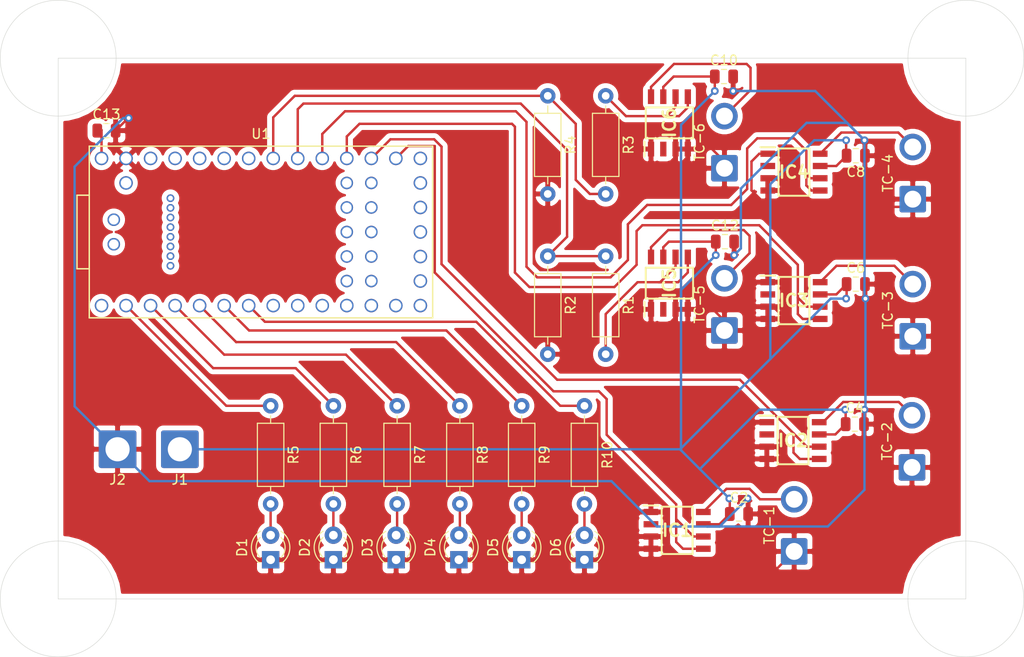
<source format=kicad_pcb>
(kicad_pcb (version 20171130) (host pcbnew 5.1.12-84ad8e8a86~92~ubuntu20.04.1)
  (layers (0 F.Cu signal) (31 B.Cu signal) (34 B.Paste user) (35 F.Paste user) (36 B.SilkS user) (37 F.SilkS user) (38 B.Mask user) (39 F.Mask user) (44 Edge.Cuts user))
  (net 0 "")
  (net 1 Earth)
  (net 2 +9V)
  (net 3 +5V)
  (net 4 "Net-(D1-Pad2)")
  (net 5 "Net-(D2-Pad2)")
  (net 6 "Net-(D3-Pad2)")
  (net 7 "Net-(D4-Pad2)")
  (net 8 "Net-(D5-Pad2)")
  (net 9 "Net-(D6-Pad2)")
  (net 10 "Net-(IC1-Pad8)")
  (net 11 "Net-(IC1-Pad5)")
  (net 12 "Net-(IC2-Pad8)")
  (net 13 "Net-(IC2-Pad5)")
  (net 14 "Net-(IC3-Pad8)")
  (net 15 "Net-(IC3-Pad5)")
  (net 16 "Net-(IC4-Pad8)")
  (net 17 "Net-(IC4-Pad5)")
  (net 18 "Net-(IC5-Pad8)")
  (net 19 "Net-(IC5-Pad5)")
  (net 20 "Net-(IC6-Pad8)")
  (net 21 "Net-(IC6-Pad5)")
  (net 22 "Net-(R1-Pad1)")
  (net 23 "Net-(R3-Pad2)")
  (net 24 "Net-(R5-Pad1)")
  (net 25 "Net-(R6-Pad1)")
  (net 26 "Net-(R7-Pad1)")
  (net 27 "Net-(R8-Pad1)")
  (net 28 "Net-(R9-Pad1)")
  (net 29 "Net-(R10-Pad1)")
  (module Connector_Wire:SolderWire-2sqmm_1x01_D2mm_OD3.9mm (layer F.Cu) (at 106.15 140.5 180)
    (fp_text reference J2 (at 0 -3.15) (layer F.SilkS))
    (fp_text value Conn_01x01_Female)
    (pad 1 thru_hole roundrect (at 0 0 180) (size 3.9 3.9) (drill 2.5) (layers *.Cu *.Mask) (roundrect_rratio 0.06410299999999999) (net 1 Earth))
  )
  (module Connector_Wire:SolderWire-2sqmm_1x01_D2mm_OD3.9mm (layer F.Cu) (at 112.6 140.5 180)
    (fp_text reference J1 (at 0 -3.15) (layer F.SilkS))
    (fp_text value Conn_01x01_Female)
    (pad 1 thru_hole roundrect (at 0 0 180) (size 3.9 3.9) (drill 2.5) (layers *.Cu *.Mask) (roundrect_rratio 0.06410299999999999) (net 2 +9V))
  )
  (module Connector_Wire:SolderWire-1sqmm_1x02_P5.4mm_D1.4mm_OD2.7mm (layer F.Cu) (at 169 111.4 90)
    (fp_text reference TC-6 (at 2.7 -2.58 90) (layer F.SilkS))
    (fp_text value Thermocouple)
    (pad 2 thru_hole circle (at 5.4 0 90) (size 2.75 2.75) (drill 1.75) (layers *.Cu *.Mask) (net 20 "Net-(IC6-Pad8)"))
    (pad 1 thru_hole roundrect (at 0 0 90) (size 2.75 2.75) (drill 1.75) (layers *.Cu *.Mask) (roundrect_rratio 0.090909) (net 1 Earth))
  )
  (module Connector_Wire:SolderWire-1sqmm_1x02_P5.4mm_D1.4mm_OD2.7mm (layer F.Cu) (at 169 128.2 90)
    (fp_text reference TC-5 (at 2.7 -2.58 90) (layer F.SilkS))
    (fp_text value Thermocouple)
    (pad 2 thru_hole circle (at 5.4 0 90) (size 2.75 2.75) (drill 1.75) (layers *.Cu *.Mask) (net 18 "Net-(IC5-Pad8)"))
    (pad 1 thru_hole roundrect (at 0 0 90) (size 2.75 2.75) (drill 1.75) (layers *.Cu *.Mask) (roundrect_rratio 0.090909) (net 1 Earth))
  )
  (module Connector_Wire:SolderWire-1sqmm_1x02_P5.4mm_D1.4mm_OD2.7mm (layer F.Cu) (at 188.5 114.6 90)
    (fp_text reference TC-4 (at 2.7 -2.58 90) (layer F.SilkS))
    (fp_text value Thermocouple)
    (pad 2 thru_hole circle (at 5.4 0 90) (size 2.75 2.75) (drill 1.75) (layers *.Cu *.Mask) (net 16 "Net-(IC4-Pad8)"))
    (pad 1 thru_hole roundrect (at 0 0 90) (size 2.75 2.75) (drill 1.75) (layers *.Cu *.Mask) (roundrect_rratio 0.090909) (net 1 Earth))
  )
  (module Connector_Wire:SolderWire-1sqmm_1x02_P5.4mm_D1.4mm_OD2.7mm (layer F.Cu) (at 188.5 128.8 90)
    (fp_text reference TC-3 (at 2.7 -2.58 90) (layer F.SilkS))
    (fp_text value Thermocouple)
    (pad 2 thru_hole circle (at 5.4 0 90) (size 2.75 2.75) (drill 1.75) (layers *.Cu *.Mask) (net 14 "Net-(IC3-Pad8)"))
    (pad 1 thru_hole roundrect (at 0 0 90) (size 2.75 2.75) (drill 1.75) (layers *.Cu *.Mask) (roundrect_rratio 0.090909) (net 1 Earth))
  )
  (module Connector_Wire:SolderWire-1sqmm_1x02_P5.4mm_D1.4mm_OD2.7mm (layer F.Cu) (at 188.42 142.38 90)
    (fp_text reference TC-2 (at 2.7 -2.58 90) (layer F.SilkS))
    (fp_text value Thermocouple)
    (pad 2 thru_hole circle (at 5.4 0 90) (size 2.75 2.75) (drill 1.75) (layers *.Cu *.Mask) (net 12 "Net-(IC2-Pad8)"))
    (pad 1 thru_hole roundrect (at 0 0 90) (size 2.75 2.75) (drill 1.75) (layers *.Cu *.Mask) (roundrect_rratio 0.090909) (net 1 Earth))
  )
  (module Connector_Wire:SolderWire-1sqmm_1x02_P5.4mm_D1.4mm_OD2.7mm (layer F.Cu) (at 176.22 151.08 90)
    (fp_text reference TC-1 (at 2.7 -2.58 90) (layer F.SilkS))
    (fp_text value Thermocouple)
    (pad 2 thru_hole circle (at 5.4 0 90) (size 2.75 2.75) (drill 1.75) (layers *.Cu *.Mask) (net 10 "Net-(IC1-Pad8)"))
    (pad 1 thru_hole roundrect (at 0 0 90) (size 2.75 2.75) (drill 1.75) (layers *.Cu *.Mask) (roundrect_rratio 0.090909) (net 1 Earth))
  )
  (module Capacitor_SMD:C_0805_2012Metric (layer F.Cu) (at 105 107.5)
    (fp_text reference C13 (at 0 -1.68) (layer F.SilkS))
    (fp_text value 0.01µF)
    (pad 2 smd roundrect (at 0.95 0) (size 1 1.45) (layers F.Cu F.Paste F.Mask) (net 1 Earth))
    (pad 1 smd roundrect (at -0.95 0) (size 1 1.45) (layers F.Cu F.Paste F.Mask) (net 3 +5V))
  )
  (module Capacitor_SMD:C_0805_2012Metric (layer F.Cu) (at 169.05 119)
    (fp_text reference C12 (at 0 -1.68) (layer F.SilkS))
    (fp_text value 0.01µF)
    (pad 2 smd roundrect (at 0.95 0) (size 1 1.45) (layers F.Cu F.Paste F.Mask) (net 1 Earth))
    (pad 1 smd roundrect (at -0.95 0) (size 1 1.45) (layers F.Cu F.Paste F.Mask) (net 2 +9V))
  )
  (module Capacitor_SMD:C_0805_2012Metric (layer F.Cu) (at 168.95 101.9)
    (fp_text reference C10 (at 0 -1.68) (layer F.SilkS))
    (fp_text value 0.01µF)
    (pad 2 smd roundrect (at 0.95 0) (size 1 1.45) (layers F.Cu F.Paste F.Mask) (net 1 Earth))
    (pad 1 smd roundrect (at -0.95 0) (size 1 1.45) (layers F.Cu F.Paste F.Mask) (net 2 +9V))
  )
  (module Capacitor_SMD:C_0805_2012Metric (layer F.Cu) (at 182.6 110.1 180)
    (fp_text reference C8 (at 0 -1.68) (layer F.SilkS))
    (fp_text value 0.01µF)
    (pad 2 smd roundrect (at 0.95 0 180) (size 1 1.45) (layers F.Cu F.Paste F.Mask) (net 2 +9V))
    (pad 1 smd roundrect (at -0.95 0 180) (size 1 1.45) (layers F.Cu F.Paste F.Mask) (net 1 Earth))
  )
  (module Capacitor_SMD:C_0805_2012Metric (layer F.Cu) (at 182.6 123.4)
    (fp_text reference C6 (at 0 -1.68) (layer F.SilkS))
    (fp_text value 0.01µF)
    (pad 2 smd roundrect (at 0.95 0) (size 1 1.45) (layers F.Cu F.Paste F.Mask) (net 1 Earth))
    (pad 1 smd roundrect (at -0.95 0) (size 1 1.45) (layers F.Cu F.Paste F.Mask) (net 2 +9V))
  )
  (module Capacitor_SMD:C_0805_2012Metric (layer F.Cu) (at 182.5 137.9)
    (fp_text reference C4 (at 0 -1.68) (layer F.SilkS))
    (fp_text value 0.01µF)
    (pad 2 smd roundrect (at 0.95 0) (size 1 1.45) (layers F.Cu F.Paste F.Mask) (net 1 Earth))
    (pad 1 smd roundrect (at -0.95 0) (size 1 1.45) (layers F.Cu F.Paste F.Mask) (net 2 +9V))
  )
  (module Capacitor_SMD:C_0805_2012Metric (layer F.Cu) (at 170.5 147.2)
    (fp_text reference C2 (at 0 -1.68) (layer F.SilkS))
    (fp_text value 0.01µF)
    (pad 2 smd roundrect (at 0.95 0) (size 1 1.45) (layers F.Cu F.Paste F.Mask) (net 1 Earth))
    (pad 1 smd roundrect (at -0.95 0) (size 1 1.45) (layers F.Cu F.Paste F.Mask) (net 2 +9V))
  )
  (module Teensy:Teensy40_SMT (layer F.Cu) (at 121 118)
    (fp_text reference U1 (at 0 -10.16) (layer F.SilkS))
    (fp_text value Teensy4.0)
    (pad 13 thru_hole circle (at 13.97 7.62) (size 1.404 1.404) (drill 1.1) (layers *.Cu *.Mask))
    (pad 33 thru_hole circle (at -16.51 -7.62) (size 1.404 1.404) (drill 1.1) (layers *.Cu *.Mask) (net 3 +5V))
    (pad 34 thru_hole circle (at -13.97 -5.08) (size 1.404 1.404) (drill 1.1) (layers *.Cu *.Mask))
    (pad 32 thru_hole circle (at -13.97 -7.62) (size 1.404 1.404) (drill 1.1) (layers *.Cu *.Mask) (net 1 Earth))
    (pad 31 thru_hole circle (at -11.43 -7.62) (size 1.404 1.404) (drill 1.1) (layers *.Cu *.Mask))
    (pad 30 thru_hole circle (at -8.89 -7.62) (size 1.404 1.404) (drill 1.1) (layers *.Cu *.Mask))
    (pad 29 thru_hole circle (at -6.35 -7.62) (size 1.404 1.404) (drill 1.1) (layers *.Cu *.Mask))
    (pad 28 thru_hole circle (at -3.81 -7.62) (size 1.404 1.404) (drill 1.1) (layers *.Cu *.Mask))
    (pad 27 thru_hole circle (at -1.27 -7.62) (size 1.404 1.404) (drill 1.1) (layers *.Cu *.Mask))
    (pad 26 thru_hole circle (at 1.27 -7.62) (size 1.404 1.404) (drill 1.1) (layers *.Cu *.Mask) (net 23 "Net-(R3-Pad2)"))
    (pad 25 thru_hole circle (at 3.81 -7.62) (size 1.404 1.404) (drill 1.1) (layers *.Cu *.Mask) (net 22 "Net-(R1-Pad1)"))
    (pad 24 thru_hole circle (at 6.35 -7.62) (size 1.404 1.404) (drill 1.1) (layers *.Cu *.Mask) (net 17 "Net-(IC4-Pad5)"))
    (pad 23 thru_hole circle (at 8.89 -7.62) (size 1.404 1.404) (drill 1.1) (layers *.Cu *.Mask) (net 15 "Net-(IC3-Pad5)"))
    (pad 22 thru_hole circle (at 11.43 -7.62) (size 1.404 1.404) (drill 1.1) (layers *.Cu *.Mask) (net 13 "Net-(IC2-Pad5)"))
    (pad 21 thru_hole circle (at 13.97 -7.62) (size 1.404 1.404) (drill 1.1) (layers *.Cu *.Mask) (net 11 "Net-(IC1-Pad5)"))
    (pad 20 thru_hole circle (at 16.51 -7.62) (size 1.404 1.404) (drill 1.1) (layers *.Cu *.Mask))
    (pad 19 thru_hole circle (at 16.51 -5.08) (size 1.404 1.404) (drill 1.1) (layers *.Cu *.Mask))
    (pad 18 thru_hole circle (at 16.51 -2.54) (size 1.404 1.404) (drill 1.1) (layers *.Cu *.Mask))
    (pad 17 thru_hole circle (at 16.51 0) (size 1.404 1.404) (drill 1.1) (layers *.Cu *.Mask))
    (pad 16 thru_hole circle (at 16.51 2.54) (size 1.404 1.404) (drill 1.1) (layers *.Cu *.Mask))
    (pad 15 thru_hole circle (at 16.51 5.08) (size 1.404 1.404) (drill 1.1) (layers *.Cu *.Mask))
    (pad 14 thru_hole circle (at 16.51 7.62) (size 1.404 1.404) (drill 1.1) (layers *.Cu *.Mask))
    (pad 12 thru_hole circle (at 11.43 7.62) (size 1.404 1.404) (drill 1.1) (layers *.Cu *.Mask))
    (pad 11 thru_hole circle (at 8.89 7.62) (size 1.404 1.404) (drill 1.1) (layers *.Cu *.Mask))
    (pad 10 thru_hole circle (at 6.35 7.62) (size 1.404 1.404) (drill 1.1) (layers *.Cu *.Mask))
    (pad 9 thru_hole circle (at 3.81 7.62) (size 1.404 1.404) (drill 1.1) (layers *.Cu *.Mask))
    (pad 8 thru_hole circle (at 1.27 7.62) (size 1.404 1.404) (drill 1.1) (layers *.Cu *.Mask))
    (pad 7 thru_hole circle (at -1.27 7.62) (size 1.404 1.404) (drill 1.1) (layers *.Cu *.Mask) (net 29 "Net-(R10-Pad1)"))
    (pad 6 thru_hole circle (at -3.81 7.62) (size 1.404 1.404) (drill 1.1) (layers *.Cu *.Mask) (net 28 "Net-(R9-Pad1)"))
    (pad 5 thru_hole circle (at -6.35 7.62) (size 1.404 1.404) (drill 1.1) (layers *.Cu *.Mask) (net 27 "Net-(R8-Pad1)"))
    (pad 4 thru_hole circle (at -8.89 7.62) (size 1.404 1.404) (drill 1.1) (layers *.Cu *.Mask) (net 26 "Net-(R7-Pad1)"))
    (pad 3 thru_hole circle (at -11.43 7.62) (size 1.404 1.404) (drill 1.1) (layers *.Cu *.Mask) (net 25 "Net-(R6-Pad1)"))
    (pad 54 thru_hole circle (at -15.24 1.27) (size 1.304 1.304) (drill 1) (layers *.Cu *.Mask))
    (pad 53 thru_hole circle (at -15.24 -1.27) (size 1.304 1.304) (drill 1) (layers *.Cu *.Mask))
    (pad 52 thru_hole circle (at -9.3716 3.5) (size 0.804 0.804) (drill 0.5) (layers *.Cu *.Mask))
    (pad 51 thru_hole circle (at -9.3716 2.5) (size 0.804 0.804) (drill 0.5) (layers *.Cu *.Mask))
    (pad 50 thru_hole circle (at -9.3716 1.5) (size 0.804 0.804) (drill 0.5) (layers *.Cu *.Mask))
    (pad 49 thru_hole circle (at -9.3716 0.5) (size 0.804 0.804) (drill 0.5) (layers *.Cu *.Mask))
    (pad 48 thru_hole circle (at -9.3716 -0.5) (size 0.804 0.804) (drill 0.5) (layers *.Cu *.Mask))
    (pad 47 thru_hole circle (at -9.3716 -1.5) (size 0.804 0.804) (drill 0.5) (layers *.Cu *.Mask))
    (pad 46 thru_hole circle (at -9.3716 -2.5) (size 0.804 0.804) (drill 0.5) (layers *.Cu *.Mask))
    (pad 45 thru_hole circle (at -9.3716 -3.5) (size 0.804 0.804) (drill 0.5) (layers *.Cu *.Mask))
    (pad 44 thru_hole circle (at 8.89 5.08) (size 1.304 1.304) (drill 1) (layers *.Cu *.Mask))
    (pad 43 thru_hole circle (at 11.43 5.08) (size 1.304 1.304) (drill 1) (layers *.Cu *.Mask))
    (pad 42 thru_hole circle (at 8.89 2.54) (size 1.304 1.304) (drill 1) (layers *.Cu *.Mask))
    (pad 41 thru_hole circle (at 11.43 2.54) (size 1.304 1.304) (drill 1) (layers *.Cu *.Mask))
    (pad 40 thru_hole circle (at 8.89 0) (size 1.304 1.304) (drill 1) (layers *.Cu *.Mask))
    (pad 39 thru_hole circle (at 11.43 0) (size 1.304 1.304) (drill 1) (layers *.Cu *.Mask))
    (pad 38 thru_hole circle (at 8.89 -2.54) (size 1.304 1.304) (drill 1) (layers *.Cu *.Mask))
    (pad 37 thru_hole circle (at 11.43 -2.54) (size 1.304 1.304) (drill 1) (layers *.Cu *.Mask))
    (pad 36 thru_hole circle (at 8.89 -5.08) (size 1.304 1.304) (drill 1) (layers *.Cu *.Mask))
    (pad 35 thru_hole circle (at 11.43 -5.08) (size 1.304 1.304) (drill 1) (layers *.Cu *.Mask))
    (pad 2 thru_hole circle (at -13.97 7.62) (size 1.404 1.404) (drill 1.1) (layers *.Cu *.Mask) (net 24 "Net-(R5-Pad1)"))
    (pad 1 thru_hole circle (at -16.51 7.62) (size 1.404 1.404) (drill 1.1) (layers *.Cu *.Mask))
  )
  (module Resistor_THT:R_Axial_DIN0207_L6.3mm_D2.5mm_P10.16mm_Horizontal (layer F.Cu) (at 154.5 136 270)
    (fp_text reference R10 (at 5.08 -2.37 90) (layer F.SilkS))
    (fp_text value "220 Ohms")
    (pad 2 thru_hole oval (at 10.16 0 270) (size 1.6 1.6) (drill 0.8) (layers *.Cu *.Mask) (net 9 "Net-(D6-Pad2)"))
    (pad 1 thru_hole circle (at 0 0 270) (size 1.6 1.6) (drill 0.8) (layers *.Cu *.Mask) (net 29 "Net-(R10-Pad1)"))
  )
  (module Resistor_THT:R_Axial_DIN0207_L6.3mm_D2.5mm_P10.16mm_Horizontal (layer F.Cu) (at 148 136 270)
    (fp_text reference R9 (at 5.08 -2.37 90) (layer F.SilkS))
    (fp_text value "220 Ohms")
    (pad 2 thru_hole oval (at 10.16 0 270) (size 1.6 1.6) (drill 0.8) (layers *.Cu *.Mask) (net 8 "Net-(D5-Pad2)"))
    (pad 1 thru_hole circle (at 0 0 270) (size 1.6 1.6) (drill 0.8) (layers *.Cu *.Mask) (net 28 "Net-(R9-Pad1)"))
  )
  (module Resistor_THT:R_Axial_DIN0207_L6.3mm_D2.5mm_P10.16mm_Horizontal (layer F.Cu) (at 141.6 136 270)
    (fp_text reference R8 (at 5.08 -2.37 90) (layer F.SilkS))
    (fp_text value "220 Ohms")
    (pad 2 thru_hole oval (at 10.16 0 270) (size 1.6 1.6) (drill 0.8) (layers *.Cu *.Mask) (net 7 "Net-(D4-Pad2)"))
    (pad 1 thru_hole circle (at 0 0 270) (size 1.6 1.6) (drill 0.8) (layers *.Cu *.Mask) (net 27 "Net-(R8-Pad1)"))
  )
  (module Resistor_THT:R_Axial_DIN0207_L6.3mm_D2.5mm_P10.16mm_Horizontal (layer F.Cu) (at 135.1 136 270)
    (fp_text reference R7 (at 5.08 -2.37 90) (layer F.SilkS))
    (fp_text value "220 Ohms")
    (pad 2 thru_hole oval (at 10.16 0 270) (size 1.6 1.6) (drill 0.8) (layers *.Cu *.Mask) (net 6 "Net-(D3-Pad2)"))
    (pad 1 thru_hole circle (at 0 0 270) (size 1.6 1.6) (drill 0.8) (layers *.Cu *.Mask) (net 26 "Net-(R7-Pad1)"))
  )
  (module Resistor_THT:R_Axial_DIN0207_L6.3mm_D2.5mm_P10.16mm_Horizontal (layer F.Cu) (at 128.5 136 270)
    (fp_text reference R6 (at 5.08 -2.37 90) (layer F.SilkS))
    (fp_text value "220 Ohms")
    (pad 2 thru_hole oval (at 10.16 0 270) (size 1.6 1.6) (drill 0.8) (layers *.Cu *.Mask) (net 5 "Net-(D2-Pad2)"))
    (pad 1 thru_hole circle (at 0 0 270) (size 1.6 1.6) (drill 0.8) (layers *.Cu *.Mask) (net 25 "Net-(R6-Pad1)"))
  )
  (module Resistor_THT:R_Axial_DIN0207_L6.3mm_D2.5mm_P10.16mm_Horizontal (layer F.Cu) (at 122 136 270)
    (fp_text reference R5 (at 5.08 -2.37 90) (layer F.SilkS))
    (fp_text value "220 Ohms")
    (pad 2 thru_hole oval (at 10.16 0 270) (size 1.6 1.6) (drill 0.8) (layers *.Cu *.Mask) (net 4 "Net-(D1-Pad2)"))
    (pad 1 thru_hole circle (at 0 0 270) (size 1.6 1.6) (drill 0.8) (layers *.Cu *.Mask) (net 24 "Net-(R5-Pad1)"))
  )
  (module Resistor_THT:R_Axial_DIN0207_L6.3mm_D2.5mm_P10.16mm_Horizontal (layer F.Cu) (at 150.7 103.9 270)
    (fp_text reference R4 (at 5.08 -2.37 90) (layer F.SilkS))
    (fp_text value "3.3 kOhms")
    (pad 2 thru_hole oval (at 10.16 0 270) (size 1.6 1.6) (drill 0.8) (layers *.Cu *.Mask) (net 1 Earth))
    (pad 1 thru_hole circle (at 0 0 270) (size 1.6 1.6) (drill 0.8) (layers *.Cu *.Mask) (net 23 "Net-(R3-Pad2)"))
  )
  (module Resistor_THT:R_Axial_DIN0207_L6.3mm_D2.5mm_P10.16mm_Horizontal (layer F.Cu) (at 156.7 103.9 270)
    (fp_text reference R3 (at 5.08 -2.37 90) (layer F.SilkS))
    (fp_text value "5.7 kOhms")
    (pad 2 thru_hole oval (at 10.16 0 270) (size 1.6 1.6) (drill 0.8) (layers *.Cu *.Mask) (net 23 "Net-(R3-Pad2)"))
    (pad 1 thru_hole circle (at 0 0 270) (size 1.6 1.6) (drill 0.8) (layers *.Cu *.Mask) (net 21 "Net-(IC6-Pad5)"))
  )
  (module Resistor_THT:R_Axial_DIN0207_L6.3mm_D2.5mm_P10.16mm_Horizontal (layer F.Cu) (at 150.7 120.5 270)
    (fp_text reference R2 (at 5.08 -2.37 90) (layer F.SilkS))
    (fp_text value "3.3 kOhms")
    (pad 2 thru_hole oval (at 10.16 0 270) (size 1.6 1.6) (drill 0.8) (layers *.Cu *.Mask) (net 1 Earth))
    (pad 1 thru_hole circle (at 0 0 270) (size 1.6 1.6) (drill 0.8) (layers *.Cu *.Mask) (net 22 "Net-(R1-Pad1)"))
  )
  (module Resistor_THT:R_Axial_DIN0207_L6.3mm_D2.5mm_P10.16mm_Horizontal (layer F.Cu) (at 156.7 120.5 270)
    (fp_text reference R1 (at 5.08 -2.37 90) (layer F.SilkS))
    (fp_text value "5.7 kOhms")
    (pad 2 thru_hole oval (at 10.16 0 270) (size 1.6 1.6) (drill 0.8) (layers *.Cu *.Mask) (net 19 "Net-(IC5-Pad5)"))
    (pad 1 thru_hole circle (at 0 0 270) (size 1.6 1.6) (drill 0.8) (layers *.Cu *.Mask) (net 22 "Net-(R1-Pad1)"))
  )
  (module AD597:SOIC127P600X175-8N (layer F.Cu) (at 163.3 106.7 90)
    (fp_text reference IC6 (at 0 0 90) (layer F.SilkS) (effects (font (size 1.27 1.27) (thickness 0.254))))
    (fp_text value AD597ARZ hide)
    (pad 8 smd rect (at 2.712 -1.905 180) (size 0.65 1.525) (layers F.Cu F.Paste F.Mask) (net 20 "Net-(IC6-Pad8)"))
    (pad 7 smd rect (at 2.712 -0.635 180) (size 0.65 1.525) (layers F.Cu F.Paste F.Mask) (net 2 +9V))
    (pad 6 smd rect (at 2.712 0.635 180) (size 0.65 1.525) (layers F.Cu F.Paste F.Mask) (net 21 "Net-(IC6-Pad5)"))
    (pad 5 smd rect (at 2.712 1.905 180) (size 0.65 1.525) (layers F.Cu F.Paste F.Mask) (net 21 "Net-(IC6-Pad5)"))
    (pad 4 smd rect (at -2.712 1.905 180) (size 0.65 1.525) (layers F.Cu F.Paste F.Mask) (net 1 Earth))
    (pad 3 smd rect (at -2.712 0.635 180) (size 0.65 1.525) (layers F.Cu F.Paste F.Mask) (net 1 Earth))
    (pad 2 smd rect (at -2.712 -0.635 180) (size 0.65 1.525) (layers F.Cu F.Paste F.Mask))
    (pad 1 smd rect (at -2.712 -1.905 180) (size 0.65 1.525) (layers F.Cu F.Paste F.Mask) (net 1 Earth))
  )
  (module AD597:SOIC127P600X175-8N (layer F.Cu) (at 163.3 123.3 90)
    (fp_text reference IC5 (at 0 0 90) (layer F.SilkS) (effects (font (size 1.27 1.27) (thickness 0.254))))
    (fp_text value AD597ARZ hide)
    (pad 8 smd rect (at 2.712 -1.905 180) (size 0.65 1.525) (layers F.Cu F.Paste F.Mask) (net 18 "Net-(IC5-Pad8)"))
    (pad 7 smd rect (at 2.712 -0.635 180) (size 0.65 1.525) (layers F.Cu F.Paste F.Mask) (net 2 +9V))
    (pad 6 smd rect (at 2.712 0.635 180) (size 0.65 1.525) (layers F.Cu F.Paste F.Mask) (net 19 "Net-(IC5-Pad5)"))
    (pad 5 smd rect (at 2.712 1.905 180) (size 0.65 1.525) (layers F.Cu F.Paste F.Mask) (net 19 "Net-(IC5-Pad5)"))
    (pad 4 smd rect (at -2.712 1.905 180) (size 0.65 1.525) (layers F.Cu F.Paste F.Mask) (net 1 Earth))
    (pad 3 smd rect (at -2.712 0.635 180) (size 0.65 1.525) (layers F.Cu F.Paste F.Mask) (net 1 Earth))
    (pad 2 smd rect (at -2.712 -0.635 180) (size 0.65 1.525) (layers F.Cu F.Paste F.Mask))
    (pad 1 smd rect (at -2.712 -1.905 180) (size 0.65 1.525) (layers F.Cu F.Paste F.Mask) (net 1 Earth))
  )
  (module AD597:SOIC127P600X175-8N (layer F.Cu) (at 176.2 111.8)
    (fp_text reference IC4 (at 0 0) (layer F.SilkS) (effects (font (size 1.27 1.27) (thickness 0.254))))
    (fp_text value AD597ARZ hide)
    (pad 8 smd rect (at 2.712 -1.905 90) (size 0.65 1.525) (layers F.Cu F.Paste F.Mask) (net 16 "Net-(IC4-Pad8)"))
    (pad 7 smd rect (at 2.712 -0.635 90) (size 0.65 1.525) (layers F.Cu F.Paste F.Mask) (net 2 +9V))
    (pad 6 smd rect (at 2.712 0.635 90) (size 0.65 1.525) (layers F.Cu F.Paste F.Mask) (net 17 "Net-(IC4-Pad5)"))
    (pad 5 smd rect (at 2.712 1.905 90) (size 0.65 1.525) (layers F.Cu F.Paste F.Mask) (net 17 "Net-(IC4-Pad5)"))
    (pad 4 smd rect (at -2.712 1.905 90) (size 0.65 1.525) (layers F.Cu F.Paste F.Mask) (net 1 Earth))
    (pad 3 smd rect (at -2.712 0.635 90) (size 0.65 1.525) (layers F.Cu F.Paste F.Mask) (net 1 Earth))
    (pad 2 smd rect (at -2.712 -0.635 90) (size 0.65 1.525) (layers F.Cu F.Paste F.Mask))
    (pad 1 smd rect (at -2.712 -1.905 90) (size 0.65 1.525) (layers F.Cu F.Paste F.Mask) (net 1 Earth))
  )
  (module AD597:SOIC127P600X175-8N (layer F.Cu) (at 176.2 125.1)
    (fp_text reference IC3 (at 0 0) (layer F.SilkS) (effects (font (size 1.27 1.27) (thickness 0.254))))
    (fp_text value AD597ARZ hide)
    (pad 8 smd rect (at 2.712 -1.905 90) (size 0.65 1.525) (layers F.Cu F.Paste F.Mask) (net 14 "Net-(IC3-Pad8)"))
    (pad 7 smd rect (at 2.712 -0.635 90) (size 0.65 1.525) (layers F.Cu F.Paste F.Mask) (net 2 +9V))
    (pad 6 smd rect (at 2.712 0.635 90) (size 0.65 1.525) (layers F.Cu F.Paste F.Mask) (net 15 "Net-(IC3-Pad5)"))
    (pad 5 smd rect (at 2.712 1.905 90) (size 0.65 1.525) (layers F.Cu F.Paste F.Mask) (net 15 "Net-(IC3-Pad5)"))
    (pad 4 smd rect (at -2.712 1.905 90) (size 0.65 1.525) (layers F.Cu F.Paste F.Mask) (net 1 Earth))
    (pad 3 smd rect (at -2.712 0.635 90) (size 0.65 1.525) (layers F.Cu F.Paste F.Mask) (net 1 Earth))
    (pad 2 smd rect (at -2.712 -0.635 90) (size 0.65 1.525) (layers F.Cu F.Paste F.Mask))
    (pad 1 smd rect (at -2.712 -1.905 90) (size 0.65 1.525) (layers F.Cu F.Paste F.Mask) (net 1 Earth))
  )
  (module AD597:SOIC127P600X175-8N (layer F.Cu) (at 176.1 139.6)
    (fp_text reference IC2 (at 0 0) (layer F.SilkS) (effects (font (size 1.27 1.27) (thickness 0.254))))
    (fp_text value AD597ARZ hide)
    (pad 8 smd rect (at 2.712 -1.905 90) (size 0.65 1.525) (layers F.Cu F.Paste F.Mask) (net 12 "Net-(IC2-Pad8)"))
    (pad 7 smd rect (at 2.712 -0.635 90) (size 0.65 1.525) (layers F.Cu F.Paste F.Mask) (net 2 +9V))
    (pad 6 smd rect (at 2.712 0.635 90) (size 0.65 1.525) (layers F.Cu F.Paste F.Mask) (net 13 "Net-(IC2-Pad5)"))
    (pad 5 smd rect (at 2.712 1.905 90) (size 0.65 1.525) (layers F.Cu F.Paste F.Mask) (net 13 "Net-(IC2-Pad5)"))
    (pad 4 smd rect (at -2.712 1.905 90) (size 0.65 1.525) (layers F.Cu F.Paste F.Mask) (net 1 Earth))
    (pad 3 smd rect (at -2.712 0.635 90) (size 0.65 1.525) (layers F.Cu F.Paste F.Mask) (net 1 Earth))
    (pad 2 smd rect (at -2.712 -0.635 90) (size 0.65 1.525) (layers F.Cu F.Paste F.Mask))
    (pad 1 smd rect (at -2.712 -1.905 90) (size 0.65 1.525) (layers F.Cu F.Paste F.Mask) (net 1 Earth))
  )
  (module AD597:SOIC127P600X175-8N (layer F.Cu) (at 164.1 148.9)
    (fp_text reference IC1 (at 0 0) (layer F.SilkS) (effects (font (size 1.27 1.27) (thickness 0.254))))
    (fp_text value AD597ARZ hide)
    (pad 8 smd rect (at 2.712 -1.905 90) (size 0.65 1.525) (layers F.Cu F.Paste F.Mask) (net 10 "Net-(IC1-Pad8)"))
    (pad 7 smd rect (at 2.712 -0.635 90) (size 0.65 1.525) (layers F.Cu F.Paste F.Mask) (net 2 +9V))
    (pad 6 smd rect (at 2.712 0.635 90) (size 0.65 1.525) (layers F.Cu F.Paste F.Mask) (net 11 "Net-(IC1-Pad5)"))
    (pad 5 smd rect (at 2.712 1.905 90) (size 0.65 1.525) (layers F.Cu F.Paste F.Mask) (net 11 "Net-(IC1-Pad5)"))
    (pad 4 smd rect (at -2.712 1.905 90) (size 0.65 1.525) (layers F.Cu F.Paste F.Mask) (net 1 Earth))
    (pad 3 smd rect (at -2.712 0.635 90) (size 0.65 1.525) (layers F.Cu F.Paste F.Mask) (net 1 Earth))
    (pad 2 smd rect (at -2.712 -0.635 90) (size 0.65 1.525) (layers F.Cu F.Paste F.Mask))
    (pad 1 smd rect (at -2.712 -1.905 90) (size 0.65 1.525) (layers F.Cu F.Paste F.Mask) (net 1 Earth))
  )
  (module LED_THT:LED_D3.0mm (layer F.Cu) (at 154.5 151.94 90)
    (fp_text reference D6 (at 1.27 -2.96 90) (layer F.SilkS))
    (fp_text value LED)
    (pad 2 thru_hole circle (at 2.54 0 90) (size 1.8 1.8) (drill 0.9) (layers *.Cu *.Mask) (net 9 "Net-(D6-Pad2)"))
    (pad 1 thru_hole rect (at 0 0 90) (size 1.8 1.8) (drill 0.9) (layers *.Cu *.Mask) (net 1 Earth))
  )
  (module LED_THT:LED_D3.0mm (layer F.Cu) (at 148 151.94 90)
    (fp_text reference D5 (at 1.27 -2.96 90) (layer F.SilkS))
    (fp_text value LED)
    (pad 2 thru_hole circle (at 2.54 0 90) (size 1.8 1.8) (drill 0.9) (layers *.Cu *.Mask) (net 8 "Net-(D5-Pad2)"))
    (pad 1 thru_hole rect (at 0 0 90) (size 1.8 1.8) (drill 0.9) (layers *.Cu *.Mask) (net 1 Earth))
  )
  (module LED_THT:LED_D3.0mm (layer F.Cu) (at 141.5 151.94 90)
    (fp_text reference D4 (at 1.27 -2.96 90) (layer F.SilkS))
    (fp_text value LED)
    (pad 2 thru_hole circle (at 2.54 0 90) (size 1.8 1.8) (drill 0.9) (layers *.Cu *.Mask) (net 7 "Net-(D4-Pad2)"))
    (pad 1 thru_hole rect (at 0 0 90) (size 1.8 1.8) (drill 0.9) (layers *.Cu *.Mask) (net 1 Earth))
  )
  (module LED_THT:LED_D3.0mm (layer F.Cu) (at 135 151.94 90)
    (fp_text reference D3 (at 1.27 -2.96 90) (layer F.SilkS))
    (fp_text value LED)
    (pad 2 thru_hole circle (at 2.54 0 90) (size 1.8 1.8) (drill 0.9) (layers *.Cu *.Mask) (net 6 "Net-(D3-Pad2)"))
    (pad 1 thru_hole rect (at 0 0 90) (size 1.8 1.8) (drill 0.9) (layers *.Cu *.Mask) (net 1 Earth))
  )
  (module LED_THT:LED_D3.0mm (layer F.Cu) (at 128.5 151.94 90)
    (fp_text reference D2 (at 1.27 -2.96 90) (layer F.SilkS))
    (fp_text value LED)
    (pad 2 thru_hole circle (at 2.54 0 90) (size 1.8 1.8) (drill 0.9) (layers *.Cu *.Mask) (net 5 "Net-(D2-Pad2)"))
    (pad 1 thru_hole rect (at 0 0 90) (size 1.8 1.8) (drill 0.9) (layers *.Cu *.Mask) (net 1 Earth))
  )
  (module LED_THT:LED_D3.0mm (layer F.Cu) (at 122 151.94 90)
    (fp_text reference D1 (at 1.27 -2.96 90) (layer F.SilkS))
    (fp_text value LED)
    (pad 2 thru_hole circle (at 2.54 0 90) (size 1.8 1.8) (drill 0.9) (layers *.Cu *.Mask) (net 4 "Net-(D1-Pad2)"))
    (pad 1 thru_hole rect (at 0 0 90) (size 1.8 1.8) (drill 0.9) (layers *.Cu *.Mask) (net 1 Earth))
  )
  (gr_circle (center 194 156) (end 200 156) (layer Edge.Cuts) (width 0.05))
  (gr_circle (center 100 156) (end 106 156) (layer Edge.Cuts) (width 0.05))
  (gr_circle (center 194 100) (end 200 100) (layer Edge.Cuts) (width 0.05))
  (gr_circle (center 100 100) (end 106 100) (layer Edge.Cuts) (width 0.05))
  (gr_line (start 100 100) (end 100 156) (layer Edge.Cuts) (width 0.05))
  (gr_line (start 194 100) (end 194 156) (layer Edge.Cuts) (width 0.05))
  (gr_line (start 100 156) (end 194 156) (layer Edge.Cuts) (width 0.05))
  (gr_line (start 100 100) (end 194 100) (layer Edge.Cuts) (width 0.05))
  (segment (start 174 153.3) (end 176.22 151.08) (width 0.25) (layer F.Cu) (net 1))
  (segment (start 160.8 153.3) (end 174 153.3) (width 0.25) (layer F.Cu) (net 1))
  (segment (start 159.5 152) (end 160.8 153.3) (width 0.25) (layer F.Cu) (net 1))
  (segment (start 159.5 147.8705) (end 159.5 152) (width 0.25) (layer F.Cu) (net 1))
  (segment (start 160.3755 146.995) (end 159.5 147.8705) (width 0.25) (layer F.Cu) (net 1))
  (segment (start 161.388 146.995) (end 160.3755 146.995) (width 0.25) (layer F.Cu) (net 1))
  (segment (start 188.42 142.38) (end 181.92 142.38) (width 0.25) (layer F.Cu) (net 1))
  (segment (start 181.92 142.38) (end 180.9 143.4) (width 0.25) (layer F.Cu) (net 1))
  (segment (start 180.9 143.4) (end 172.4 143.4) (width 0.25) (layer F.Cu) (net 1))
  (segment (start 172.4 143.4) (end 171.4 142.4) (width 0.25) (layer F.Cu) (net 1))
  (segment (start 172.3755 137.695) (end 173.388 137.695) (width 0.25) (layer F.Cu) (net 1))
  (segment (start 171.4 138.6705) (end 172.3755 137.695) (width 0.25) (layer F.Cu) (net 1))
  (segment (start 171.4 142.4) (end 171.4 138.6705) (width 0.25) (layer F.Cu) (net 1))
  (segment (start 172.4755 123.195) (end 171.6 124.0705) (width 0.25) (layer F.Cu) (net 1))
  (segment (start 173.488 123.195) (end 172.4755 123.195) (width 0.25) (layer F.Cu) (net 1))
  (segment (start 171.6 124.0705) (end 171.6 128) (width 0.25) (layer F.Cu) (net 1))
  (segment (start 172.4 128.8) (end 188.5 128.8) (width 0.25) (layer F.Cu) (net 1))
  (segment (start 171.6 128) (end 172.4 128.8) (width 0.25) (layer F.Cu) (net 1))
  (segment (start 173.488 109.895) (end 172.605 109.895) (width 0.25) (layer F.Cu) (net 1))
  (segment (start 172.605 109.895) (end 171.8 110.7) (width 0.25) (layer F.Cu) (net 1))
  (segment (start 171.8 113.689502) (end 173.510498 115.4) (width 0.25) (layer F.Cu) (net 1))
  (segment (start 171.8 110.7) (end 171.8 113.689502) (width 0.25) (layer F.Cu) (net 1))
  (segment (start 187.7 115.4) (end 188.5 114.6) (width 0.25) (layer F.Cu) (net 1))
  (segment (start 173.510498 115.4) (end 187.7 115.4) (width 0.25) (layer F.Cu) (net 1))
  (segment (start 161.395 108.3995) (end 162.1945 107.6) (width 0.25) (layer F.Cu) (net 1))
  (segment (start 161.395 109.412) (end 161.395 108.3995) (width 0.25) (layer F.Cu) (net 1))
  (segment (start 162.1945 107.6) (end 165.9 107.6) (width 0.25) (layer F.Cu) (net 1))
  (segment (start 169 110.7) (end 169 111.4) (width 0.25) (layer F.Cu) (net 1))
  (segment (start 165.9 107.6) (end 169 110.7) (width 0.25) (layer F.Cu) (net 1))
  (segment (start 169 127.2) (end 169 128.2) (width 0.25) (layer F.Cu) (net 1))
  (segment (start 166 124.2) (end 169 127.2) (width 0.25) (layer F.Cu) (net 1))
  (segment (start 161.395 125.105) (end 162.3 124.2) (width 0.25) (layer F.Cu) (net 1))
  (segment (start 162.3 124.2) (end 166 124.2) (width 0.25) (layer F.Cu) (net 1))
  (segment (start 161.395 126.012) (end 161.395 125.105) (width 0.25) (layer F.Cu) (net 1))
  (segment (start 161.388 149.535) (end 162.235 149.535) (width 0.25) (layer F.Cu) (net 1))
  (segment (start 163.495 150.805) (end 163.5 150.8) (width 0.25) (layer F.Cu) (net 1))
  (segment (start 161.388 150.805) (end 163.495 150.805) (width 0.25) (layer F.Cu) (net 1))
  (segment (start 162.235 149.535) (end 163.5 150.8) (width 0.25) (layer F.Cu) (net 1))
  (via (at 171.4 145.6) (size 0.8) (drill 0.4) (layers F.Cu B.Cu) (net 1))
  (segment (start 183.32 123.52) (end 183.38 123.52) (width 0.25) (layer F.Cu) (net 1))
  (via (at 107.3 106.2) (size 0.8) (drill 0.4) (layers F.Cu B.Cu) (net 1))
  (via (at 170 120.4) (size 0.8) (drill 0.4) (layers F.Cu B.Cu) (net 1))
  (via (at 169.9 103.4) (size 0.8) (drill 0.4) (layers F.Cu B.Cu) (net 1))
  (via (at 183.5 108.5) (size 0.8) (drill 0.4) (layers F.Cu B.Cu) (net 1))
  (via (at 183.5 136.4) (size 0.8) (drill 0.4) (layers F.Cu B.Cu) (net 1))
  (via (at 183.6 124.9) (size 0.8) (drill 0.4) (layers F.Cu B.Cu) (net 1))
  (segment (start 106.734315 106.2) (end 107.3 106.2) (width 0.25) (layer B.Cu) (net 1))
  (segment (start 101.7 111.234315) (end 106.734315 106.2) (width 0.25) (layer B.Cu) (net 1))
  (segment (start 101.7 136.05) (end 101.7 111.234315) (width 0.25) (layer B.Cu) (net 1))
  (segment (start 106.15 140.5) (end 101.7 136.05) (width 0.25) (layer B.Cu) (net 1))
  (segment (start 171.4 145.6) (end 168.5 148.5) (width 0.25) (layer B.Cu) (net 1))
  (segment (start 162 148.5) (end 157.3 143.8) (width 0.25) (layer B.Cu) (net 1))
  (segment (start 109.45 143.8) (end 106.15 140.5) (width 0.25) (layer B.Cu) (net 1))
  (segment (start 157.3 143.8) (end 109.45 143.8) (width 0.25) (layer B.Cu) (net 1))
  (segment (start 183.5 136.4) (end 183.5 144.7) (width 0.25) (layer B.Cu) (net 1))
  (segment (start 179.7 148.5) (end 167.2 148.5) (width 0.25) (layer B.Cu) (net 1))
  (segment (start 183.5 144.7) (end 179.7 148.5) (width 0.25) (layer B.Cu) (net 1))
  (segment (start 167.2 148.5) (end 162 148.5) (width 0.25) (layer B.Cu) (net 1))
  (segment (start 168.5 148.5) (end 167.2 148.5) (width 0.25) (layer B.Cu) (net 1))
  (segment (start 170.70001 119.69999) (end 170.70001 113.49999) (width 0.25) (layer B.Cu) (net 1))
  (segment (start 170 120.4) (end 170.70001 119.69999) (width 0.25) (layer B.Cu) (net 1))
  (segment (start 170.70001 113.49999) (end 177.5 106.7) (width 0.25) (layer B.Cu) (net 1))
  (segment (start 181.7 106.7) (end 183.5 108.5) (width 0.25) (layer B.Cu) (net 1))
  (segment (start 177.5 106.7) (end 181.7 106.7) (width 0.25) (layer B.Cu) (net 1))
  (segment (start 178.4 103.4) (end 183.5 108.5) (width 0.25) (layer B.Cu) (net 1))
  (segment (start 169.9 103.4) (end 178.4 103.4) (width 0.25) (layer B.Cu) (net 1))
  (segment (start 183.5 124.8) (end 183.6 124.9) (width 0.25) (layer B.Cu) (net 1))
  (segment (start 183.5 108.5) (end 183.5 124.8) (width 0.25) (layer B.Cu) (net 1))
  (segment (start 183.6 136.3) (end 183.5 136.4) (width 0.25) (layer B.Cu) (net 1))
  (segment (start 183.6 124.9) (end 183.6 136.3) (width 0.25) (layer B.Cu) (net 1))
  (segment (start 169.9 101.9) (end 169.9 103.4) (width 0.25) (layer F.Cu) (net 1))
  (segment (start 170 119) (end 170 120.4) (width 0.25) (layer F.Cu) (net 1))
  (segment (start 183.55 108.55) (end 183.5 108.5) (width 0.25) (layer F.Cu) (net 1))
  (segment (start 183.55 110.1) (end 183.55 108.55) (width 0.25) (layer F.Cu) (net 1))
  (segment (start 183.55 124.85) (end 183.6 124.9) (width 0.25) (layer F.Cu) (net 1))
  (segment (start 183.55 123.4) (end 183.55 124.85) (width 0.25) (layer F.Cu) (net 1))
  (segment (start 183.5 137.85) (end 183.45 137.9) (width 0.25) (layer F.Cu) (net 1))
  (segment (start 183.5 136.4) (end 183.5 137.85) (width 0.25) (layer F.Cu) (net 1))
  (segment (start 171.4 147.15) (end 171.45 147.2) (width 0.25) (layer F.Cu) (net 1))
  (segment (start 171.4 145.6) (end 171.4 147.15) (width 0.25) (layer F.Cu) (net 1))
  (segment (start 107.25 106.2) (end 105.95 107.5) (width 0.25) (layer F.Cu) (net 1))
  (segment (start 107.3 106.2) (end 107.25 106.2) (width 0.25) (layer F.Cu) (net 1))
  (segment (start 173.388 140.235) (end 174.235 140.235) (width 0.25) (layer F.Cu) (net 1))
  (segment (start 175.495 141.505) (end 175.5 141.5) (width 0.25) (layer F.Cu) (net 1))
  (segment (start 173.388 141.505) (end 175.495 141.505) (width 0.25) (layer F.Cu) (net 1))
  (segment (start 174.235 140.235) (end 175.5 141.5) (width 0.25) (layer F.Cu) (net 1))
  (segment (start 173.488 125.735) (end 174.035 125.735) (width 0.25) (layer F.Cu) (net 1))
  (segment (start 175.295 127.005) (end 175.3 127) (width 0.25) (layer F.Cu) (net 1))
  (segment (start 173.488 127.005) (end 175.295 127.005) (width 0.25) (layer F.Cu) (net 1))
  (segment (start 174.035 125.735) (end 175.3 127) (width 0.25) (layer F.Cu) (net 1))
  (segment (start 173.488 112.435) (end 174.335 112.435) (width 0.25) (layer F.Cu) (net 1))
  (segment (start 175.605 113.705) (end 174.335 112.435) (width 0.25) (layer F.Cu) (net 1))
  (segment (start 173.488 113.705) (end 175.605 113.705) (width 0.25) (layer F.Cu) (net 1))
  (segment (start 163.935 110.215) (end 163.935 109.412) (width 0.25) (layer F.Cu) (net 1))
  (segment (start 165.205 109.412) (end 165.205 110.195) (width 0.25) (layer F.Cu) (net 1))
  (segment (start 164.575 110.825) (end 163.325 110.825) (width 0.25) (layer F.Cu) (net 1))
  (segment (start 165.205 110.195) (end 164.575 110.825) (width 0.25) (layer F.Cu) (net 1))
  (segment (start 163.325 110.825) (end 163.935 110.215) (width 0.25) (layer F.Cu) (net 1))
  (segment (start 163.935 126.815) (end 163.935 126.012) (width 0.25) (layer F.Cu) (net 1))
  (segment (start 165.205 126.012) (end 165.205 127.195) (width 0.25) (layer F.Cu) (net 1))
  (segment (start 165.025 127.375) (end 163.375 127.375) (width 0.25) (layer F.Cu) (net 1))
  (segment (start 165.205 127.195) (end 165.025 127.375) (width 0.25) (layer F.Cu) (net 1))
  (segment (start 163.375 127.375) (end 163.935 126.815) (width 0.25) (layer F.Cu) (net 1))
  (via (at 169.5 145.6) (size 0.8) (drill 0.4) (layers F.Cu B.Cu) (net 2))
  (via (at 181.5 136.4) (size 0.8) (drill 0.4) (layers F.Cu B.Cu) (net 2))
  (via (at 181.6 124.9) (size 0.8) (drill 0.4) (layers F.Cu B.Cu) (net 2))
  (via (at 168.1 120.4) (size 0.8) (drill 0.4) (layers F.Cu B.Cu) (net 2))
  (via (at 168 103.4) (size 0.8) (drill 0.4) (layers F.Cu B.Cu) (net 2))
  (via (at 181.6 108.5) (size 0.8) (drill 0.4) (layers F.Cu B.Cu) (net 2))
  (segment (start 168.485 148.265) (end 169.55 147.2) (width 0.25) (layer F.Cu) (net 2))
  (segment (start 166.812 148.265) (end 168.485 148.265) (width 0.25) (layer F.Cu) (net 2))
  (segment (start 180.485 138.965) (end 181.55 137.9) (width 0.25) (layer F.Cu) (net 2))
  (segment (start 178.812 138.965) (end 180.485 138.965) (width 0.25) (layer F.Cu) (net 2))
  (segment (start 180.585 124.465) (end 178.912 124.465) (width 0.25) (layer F.Cu) (net 2))
  (segment (start 181.65 123.4) (end 180.585 124.465) (width 0.25) (layer F.Cu) (net 2))
  (segment (start 180.585 111.165) (end 178.912 111.165) (width 0.25) (layer F.Cu) (net 2))
  (segment (start 181.65 110.1) (end 180.585 111.165) (width 0.25) (layer F.Cu) (net 2))
  (segment (start 163.7405 101.9) (end 168 101.9) (width 0.25) (layer F.Cu) (net 2))
  (segment (start 162.665 102.9755) (end 163.7405 101.9) (width 0.25) (layer F.Cu) (net 2))
  (segment (start 162.665 103.988) (end 162.665 102.9755) (width 0.25) (layer F.Cu) (net 2))
  (segment (start 162.665 119.5755) (end 162.665 120.588) (width 0.25) (layer F.Cu) (net 2))
  (segment (start 163.2405 119) (end 162.665 119.5755) (width 0.25) (layer F.Cu) (net 2))
  (segment (start 168.1 119) (end 163.2405 119) (width 0.25) (layer F.Cu) (net 2))
  (segment (start 172.6 136.4) (end 166.45 142.55) (width 0.25) (layer B.Cu) (net 2))
  (segment (start 181.5 136.4) (end 172.6 136.4) (width 0.25) (layer B.Cu) (net 2))
  (segment (start 166.45 142.55) (end 169.5 145.6) (width 0.25) (layer B.Cu) (net 2))
  (segment (start 112.6 140.5) (end 164.4 140.5) (width 0.25) (layer B.Cu) (net 2))
  (segment (start 168 103.4) (end 164.5 106.9) (width 0.25) (layer B.Cu) (net 2))
  (segment (start 164.5 140.6) (end 166.45 142.55) (width 0.25) (layer B.Cu) (net 2))
  (segment (start 164.4 140.5) (end 164.5 140.6) (width 0.25) (layer B.Cu) (net 2))
  (segment (start 181.6 124.9) (end 180 124.9) (width 0.25) (layer B.Cu) (net 2))
  (segment (start 164.5 140.4) (end 164.5 140.6) (width 0.25) (layer B.Cu) (net 2))
  (segment (start 181.6 108.5) (end 178.3 108.5) (width 0.25) (layer B.Cu) (net 2))
  (segment (start 178.3 108.5) (end 173.75 113.05) (width 0.25) (layer B.Cu) (net 2))
  (segment (start 173.75 113.05) (end 173.75 131.15) (width 0.25) (layer B.Cu) (net 2))
  (segment (start 173.75 131.15) (end 164.5 140.4) (width 0.25) (layer B.Cu) (net 2))
  (segment (start 180 124.9) (end 173.75 131.15) (width 0.25) (layer B.Cu) (net 2))
  (segment (start 164.5 124) (end 164.5 125.2) (width 0.25) (layer B.Cu) (net 2))
  (segment (start 168.1 120.4) (end 164.5 124) (width 0.25) (layer B.Cu) (net 2))
  (segment (start 164.5 125.2) (end 164.5 140.4) (width 0.25) (layer B.Cu) (net 2))
  (segment (start 164.5 106.9) (end 164.5 125.2) (width 0.25) (layer B.Cu) (net 2))
  (segment (start 168 103.4) (end 168 101.9) (width 0.25) (layer F.Cu) (net 2))
  (segment (start 181.6 110.05) (end 181.65 110.1) (width 0.25) (layer F.Cu) (net 2))
  (segment (start 181.6 108.5) (end 181.6 110.05) (width 0.25) (layer F.Cu) (net 2))
  (segment (start 168.1 119) (end 168.1 120.4) (width 0.25) (layer F.Cu) (net 2))
  (segment (start 181.65 124.85) (end 181.6 124.9) (width 0.25) (layer F.Cu) (net 2))
  (segment (start 181.65 123.4) (end 181.65 124.85) (width 0.25) (layer F.Cu) (net 2))
  (segment (start 181.55 136.45) (end 181.5 136.4) (width 0.25) (layer F.Cu) (net 2))
  (segment (start 181.55 137.9) (end 181.55 136.45) (width 0.25) (layer F.Cu) (net 2))
  (segment (start 169.55 145.65) (end 169.5 145.6) (width 0.25) (layer F.Cu) (net 2))
  (segment (start 169.55 147.2) (end 169.55 145.65) (width 0.25) (layer F.Cu) (net 2))
  (segment (start 104.49 107.44) (end 104.05 107) (width 0.25) (layer F.Cu) (net 3))
  (segment (start 104.49 110.38) (end 104.49 107.44) (width 0.25) (layer F.Cu) (net 3))
  (segment (start 122 146.16) (end 122 149.4) (width 0.25) (layer F.Cu) (net 4))
  (segment (start 128.5 146.16) (end 128.5 149.4) (width 0.25) (layer F.Cu) (net 5))
  (segment (start 135.1 149.3) (end 135 149.4) (width 0.25) (layer F.Cu) (net 6))
  (segment (start 135.1 146.16) (end 135.1 149.3) (width 0.25) (layer F.Cu) (net 6))
  (segment (start 141.6 149.3) (end 141.5 149.4) (width 0.25) (layer F.Cu) (net 7))
  (segment (start 141.6 146.16) (end 141.6 149.3) (width 0.25) (layer F.Cu) (net 7))
  (segment (start 148 146.16) (end 148 149.4) (width 0.25) (layer F.Cu) (net 8))
  (segment (start 154.5 146.16) (end 154.5 149.4) (width 0.25) (layer F.Cu) (net 9))
  (segment (start 176.22 145.68) (end 172.68 145.68) (width 0.25) (layer F.Cu) (net 10))
  (segment (start 172.68 145.68) (end 171.6 144.6) (width 0.25) (layer F.Cu) (net 10))
  (segment (start 169.207 144.6) (end 166.812 146.995) (width 0.25) (layer F.Cu) (net 10))
  (segment (start 171.6 144.6) (end 169.207 144.6) (width 0.25) (layer F.Cu) (net 10))
  (segment (start 165.7995 149.535) (end 166.812 149.535) (width 0.25) (layer F.Cu) (net 11))
  (segment (start 164 147.7355) (end 165.7995 149.535) (width 0.25) (layer F.Cu) (net 11))
  (segment (start 166.812 150.805) (end 164.705 150.805) (width 0.25) (layer F.Cu) (net 11))
  (segment (start 164 150.1) (end 164 147.7355) (width 0.25) (layer F.Cu) (net 11))
  (segment (start 164.705 150.805) (end 164 150.1) (width 0.25) (layer F.Cu) (net 11))
  (segment (start 136.25 109.1) (end 134.97 110.38) (width 0.25) (layer F.Cu) (net 11))
  (segment (start 139 122.2) (end 139 109.1) (width 0.25) (layer F.Cu) (net 11))
  (segment (start 151.3 134.5) (end 139 122.2) (width 0.25) (layer F.Cu) (net 11))
  (segment (start 139 109.1) (end 136.25 109.1) (width 0.25) (layer F.Cu) (net 11))
  (segment (start 156.8 135.3) (end 156 134.5) (width 0.25) (layer F.Cu) (net 11))
  (segment (start 156 134.5) (end 151.3 134.5) (width 0.25) (layer F.Cu) (net 11))
  (segment (start 156.8 139) (end 156.8 135.3) (width 0.25) (layer F.Cu) (net 11))
  (segment (start 164 146.2) (end 156.8 139) (width 0.25) (layer F.Cu) (net 11))
  (segment (start 164 147.7355) (end 164 146.2) (width 0.25) (layer F.Cu) (net 11))
  (segment (start 178.812 137.695) (end 179.205 137.695) (width 0.25) (layer F.Cu) (net 12))
  (segment (start 181.294999 135.605001) (end 187.045001 135.605001) (width 0.25) (layer F.Cu) (net 12))
  (segment (start 187.045001 135.605001) (end 188.42 136.98) (width 0.25) (layer F.Cu) (net 12))
  (segment (start 179.205 137.695) (end 181.294999 135.605001) (width 0.25) (layer F.Cu) (net 12))
  (segment (start 178.812 140.235) (end 177.535 140.235) (width 0.25) (layer F.Cu) (net 13))
  (segment (start 151.674998 133.3) (end 139.7 121.325002) (width 0.25) (layer F.Cu) (net 13))
  (segment (start 170.6 133.3) (end 151.674998 133.3) (width 0.25) (layer F.Cu) (net 13))
  (segment (start 139.7 109.16359) (end 138.93641 108.4) (width 0.25) (layer F.Cu) (net 13))
  (segment (start 139.7 121.325002) (end 139.7 109.16359) (width 0.25) (layer F.Cu) (net 13))
  (segment (start 134.41 108.4) (end 132.43 110.38) (width 0.25) (layer F.Cu) (net 13))
  (segment (start 138.93641 108.4) (end 134.41 108.4) (width 0.25) (layer F.Cu) (net 13))
  (segment (start 178.812 141.505) (end 176.805 141.505) (width 0.25) (layer F.Cu) (net 13))
  (segment (start 176.15 140.85) (end 176.15 138.85) (width 0.25) (layer F.Cu) (net 13))
  (segment (start 176.805 141.505) (end 176.15 140.85) (width 0.25) (layer F.Cu) (net 13))
  (segment (start 176.15 138.85) (end 170.6 133.3) (width 0.25) (layer F.Cu) (net 13))
  (segment (start 177.535 140.235) (end 176.15 138.85) (width 0.25) (layer F.Cu) (net 13))
  (segment (start 188.5 123.4) (end 186.6 121.5) (width 0.25) (layer F.Cu) (net 14))
  (segment (start 180.607 121.5) (end 178.912 123.195) (width 0.25) (layer F.Cu) (net 14))
  (segment (start 186.6 121.5) (end 180.607 121.5) (width 0.25) (layer F.Cu) (net 14))
  (segment (start 178.912 125.735) (end 179.535 125.735) (width 0.25) (layer F.Cu) (net 15))
  (segment (start 178.912 125.735) (end 177.535 125.735) (width 0.25) (layer F.Cu) (net 15))
  (segment (start 178.912 127.005) (end 177.105 127.005) (width 0.25) (layer F.Cu) (net 15))
  (segment (start 176.6 126.5) (end 176.6 124.8) (width 0.25) (layer F.Cu) (net 15))
  (segment (start 177.105 127.005) (end 176.6 126.5) (width 0.25) (layer F.Cu) (net 15))
  (segment (start 177.535 125.735) (end 176.6 124.8) (width 0.25) (layer F.Cu) (net 15))
  (segment (start 129.89 108.11) (end 129.89 110.38) (width 0.25) (layer F.Cu) (net 15))
  (segment (start 131.2 106.8) (end 129.89 108.11) (width 0.25) (layer F.Cu) (net 15))
  (segment (start 176.6 124.8) (end 176.6 121.4) (width 0.25) (layer F.Cu) (net 15))
  (segment (start 173.8 118.6) (end 173.8 118.5) (width 0.25) (layer F.Cu) (net 15))
  (segment (start 176.6 121.4) (end 173.8 118.6) (width 0.25) (layer F.Cu) (net 15))
  (segment (start 173.8 118.5) (end 172.6 117.3) (width 0.25) (layer F.Cu) (net 15))
  (segment (start 172.6 117.3) (end 160.5 117.3) (width 0.25) (layer F.Cu) (net 15))
  (segment (start 160.5 117.3) (end 159.9 117.9) (width 0.25) (layer F.Cu) (net 15))
  (segment (start 159.9 117.9) (end 159.9 121.4) (width 0.25) (layer F.Cu) (net 15))
  (segment (start 147.3 107.1) (end 147 106.8) (width 0.25) (layer F.Cu) (net 15))
  (segment (start 159.9 121.4) (end 157.6 123.7) (width 0.25) (layer F.Cu) (net 15))
  (segment (start 148.8 123.7) (end 147.3 122.2) (width 0.25) (layer F.Cu) (net 15))
  (segment (start 157.6 123.7) (end 148.8 123.7) (width 0.25) (layer F.Cu) (net 15))
  (segment (start 147.3 122.2) (end 147.3 107.1) (width 0.25) (layer F.Cu) (net 15))
  (segment (start 147 106.8) (end 131.2 106.8) (width 0.25) (layer F.Cu) (net 15))
  (segment (start 188.5 109.2) (end 187 107.7) (width 0.25) (layer F.Cu) (net 16))
  (segment (start 181.107 107.7) (end 178.912 109.895) (width 0.25) (layer F.Cu) (net 16))
  (segment (start 187 107.7) (end 181.107 107.7) (width 0.25) (layer F.Cu) (net 16))
  (segment (start 178.912 112.435) (end 177.8995 112.435) (width 0.25) (layer F.Cu) (net 17))
  (segment (start 178.912 113.705) (end 178.005 113.705) (width 0.25) (layer F.Cu) (net 17))
  (segment (start 178.005 113.705) (end 177.48225 113.18225) (width 0.25) (layer F.Cu) (net 17))
  (segment (start 177.48225 113.18225) (end 177.48225 112.01775) (width 0.25) (layer F.Cu) (net 17))
  (segment (start 177.8995 112.435) (end 177.48225 112.01775) (width 0.25) (layer F.Cu) (net 17))
  (segment (start 177.48225 109.58225) (end 177.48225 112.01775) (width 0.25) (layer F.Cu) (net 17))
  (segment (start 176.2 108.3) (end 177.48225 109.58225) (width 0.25) (layer F.Cu) (net 17))
  (segment (start 171.34999 109.35001) (end 172.4 108.3) (width 0.25) (layer F.Cu) (net 17))
  (segment (start 127.35 110.38) (end 127.35 107.85) (width 0.25) (layer F.Cu) (net 17))
  (segment (start 157.2 122.7) (end 159 120.9) (width 0.25) (layer F.Cu) (net 17))
  (segment (start 159 117.2) (end 161 115.2) (width 0.25) (layer F.Cu) (net 17))
  (segment (start 148.5 106.6) (end 148.5 121.6) (width 0.25) (layer F.Cu) (net 17))
  (segment (start 169.7 115.2) (end 171.34999 113.55001) (width 0.25) (layer F.Cu) (net 17))
  (segment (start 127.35 107.85) (end 129.7 105.5) (width 0.25) (layer F.Cu) (net 17))
  (segment (start 129.7 105.5) (end 147.4 105.5) (width 0.25) (layer F.Cu) (net 17))
  (segment (start 171.34999 113.55001) (end 171.34999 109.35001) (width 0.25) (layer F.Cu) (net 17))
  (segment (start 147.4 105.5) (end 148.5 106.6) (width 0.25) (layer F.Cu) (net 17))
  (segment (start 148.5 121.6) (end 149.6 122.7) (width 0.25) (layer F.Cu) (net 17))
  (segment (start 149.6 122.7) (end 157.2 122.7) (width 0.25) (layer F.Cu) (net 17))
  (segment (start 159 120.9) (end 159 117.2) (width 0.25) (layer F.Cu) (net 17))
  (segment (start 172.4 108.3) (end 176.2 108.3) (width 0.25) (layer F.Cu) (net 17))
  (segment (start 161 115.2) (end 169.7 115.2) (width 0.25) (layer F.Cu) (net 17))
  (segment (start 171.6 120.2) (end 169 122.8) (width 0.25) (layer F.Cu) (net 18))
  (segment (start 171.6 118.4) (end 171.6 120.2) (width 0.25) (layer F.Cu) (net 18))
  (segment (start 171 117.8) (end 171.6 118.4) (width 0.25) (layer F.Cu) (net 18))
  (segment (start 163.1705 117.8) (end 171 117.8) (width 0.25) (layer F.Cu) (net 18))
  (segment (start 161.395 119.5755) (end 163.1705 117.8) (width 0.25) (layer F.Cu) (net 18))
  (segment (start 161.395 120.588) (end 161.395 119.5755) (width 0.25) (layer F.Cu) (net 18))
  (segment (start 163.935 121.6005) (end 162.3355 123.2) (width 0.25) (layer F.Cu) (net 19))
  (segment (start 163.935 120.588) (end 163.935 121.6005) (width 0.25) (layer F.Cu) (net 19))
  (segment (start 156.7 126.5) (end 156.7 130.66) (width 0.25) (layer F.Cu) (net 19))
  (segment (start 160 123.2) (end 156.7 126.5) (width 0.25) (layer F.Cu) (net 19))
  (segment (start 165.205 120.588) (end 165.205 122.195) (width 0.25) (layer F.Cu) (net 19))
  (segment (start 165.205 122.195) (end 164.2 123.2) (width 0.25) (layer F.Cu) (net 19))
  (segment (start 164.2 123.2) (end 162.2 123.2) (width 0.25) (layer F.Cu) (net 19))
  (segment (start 162.2 123.2) (end 160 123.2) (width 0.25) (layer F.Cu) (net 19))
  (segment (start 162.3355 123.2) (end 162.2 123.2) (width 0.25) (layer F.Cu) (net 19))
  (segment (start 171.7 103.3) (end 169 106) (width 0.25) (layer F.Cu) (net 20))
  (segment (start 171.7 101) (end 171.7 103.3) (width 0.25) (layer F.Cu) (net 20))
  (segment (start 171.3 100.6) (end 171.7 101) (width 0.25) (layer F.Cu) (net 20))
  (segment (start 163.7705 100.6) (end 171.3 100.6) (width 0.25) (layer F.Cu) (net 20))
  (segment (start 161.395 102.9755) (end 163.7705 100.6) (width 0.25) (layer F.Cu) (net 20))
  (segment (start 161.395 103.988) (end 161.395 102.9755) (width 0.25) (layer F.Cu) (net 20))
  (segment (start 163.935 103.988) (end 163.935 105.065) (width 0.25) (layer F.Cu) (net 21))
  (segment (start 163.935 105.065) (end 163 106) (width 0.25) (layer F.Cu) (net 21))
  (segment (start 158.8 106) (end 156.7 103.9) (width 0.25) (layer F.Cu) (net 21))
  (segment (start 165.205 103.988) (end 165.205 105.095) (width 0.25) (layer F.Cu) (net 21))
  (segment (start 164.3 106) (end 162.7 106) (width 0.25) (layer F.Cu) (net 21))
  (segment (start 162.7 106) (end 158.8 106) (width 0.25) (layer F.Cu) (net 21))
  (segment (start 165.205 105.095) (end 164.3 106) (width 0.25) (layer F.Cu) (net 21))
  (segment (start 163 106) (end 162.7 106) (width 0.25) (layer F.Cu) (net 21))
  (segment (start 156.7 120.5) (end 150.7 120.5) (width 0.25) (layer F.Cu) (net 22))
  (segment (start 124.81 110.38) (end 124.81 105.29) (width 0.25) (layer F.Cu) (net 22))
  (segment (start 124.81 105.29) (end 125.4 104.7) (width 0.25) (layer F.Cu) (net 22))
  (segment (start 125.4 104.7) (end 147.9 104.7) (width 0.25) (layer F.Cu) (net 22))
  (segment (start 147.9 104.7) (end 152.7 109.5) (width 0.25) (layer F.Cu) (net 22))
  (segment (start 152.7 118.5) (end 150.7 120.5) (width 0.25) (layer F.Cu) (net 22))
  (segment (start 152.7 109.5) (end 152.7 118.5) (width 0.25) (layer F.Cu) (net 22))
  (segment (start 156.7 114.06) (end 155.06 114.06) (width 0.25) (layer F.Cu) (net 23))
  (segment (start 155.06 114.06) (end 153.6 112.6) (width 0.25) (layer F.Cu) (net 23))
  (segment (start 153.6 106.8) (end 150.7 103.9) (width 0.25) (layer F.Cu) (net 23))
  (segment (start 153.6 112.6) (end 153.6 106.8) (width 0.25) (layer F.Cu) (net 23))
  (segment (start 150.7 103.9) (end 124.5 103.9) (width 0.25) (layer F.Cu) (net 23))
  (segment (start 122.27 106.13) (end 122.27 110.38) (width 0.25) (layer F.Cu) (net 23))
  (segment (start 124.5 103.9) (end 122.27 106.13) (width 0.25) (layer F.Cu) (net 23))
  (segment (start 117.41 136) (end 122 136) (width 0.25) (layer F.Cu) (net 24))
  (segment (start 107.03 125.62) (end 117.41 136) (width 0.25) (layer F.Cu) (net 24))
  (segment (start 109.57 126.217588) (end 109.57 125.62) (width 0.25) (layer F.Cu) (net 25))
  (segment (start 109.57 125.62) (end 116.05 132.1) (width 0.25) (layer F.Cu) (net 25))
  (segment (start 124.6 132.1) (end 128.5 136) (width 0.25) (layer F.Cu) (net 25))
  (segment (start 116.05 132.1) (end 124.6 132.1) (width 0.25) (layer F.Cu) (net 25))
  (segment (start 112.11 125.62) (end 117.19 130.7) (width 0.25) (layer F.Cu) (net 26))
  (segment (start 129.8 130.7) (end 135.1 136) (width 0.25) (layer F.Cu) (net 26))
  (segment (start 117.19 130.7) (end 129.8 130.7) (width 0.25) (layer F.Cu) (net 26))
  (segment (start 114.65 125.62) (end 118.43 129.4) (width 0.25) (layer F.Cu) (net 27))
  (segment (start 135 129.4) (end 141.6 136) (width 0.25) (layer F.Cu) (net 27))
  (segment (start 118.43 129.4) (end 135 129.4) (width 0.25) (layer F.Cu) (net 27))
  (segment (start 117.19 125.991412) (end 117.19 125.62) (width 0.25) (layer F.Cu) (net 28))
  (segment (start 117.19 125.62) (end 119.77 128.2) (width 0.25) (layer F.Cu) (net 28))
  (segment (start 140.2 128.2) (end 148 136) (width 0.25) (layer F.Cu) (net 28))
  (segment (start 119.77 128.2) (end 140.2 128.2) (width 0.25) (layer F.Cu) (net 28))
  (segment (start 154.5 136) (end 152 136) (width 0.25) (layer F.Cu) (net 29))
  (segment (start 152 136) (end 143.3 127.3) (width 0.25) (layer F.Cu) (net 29))
  (segment (start 121.41 127.3) (end 119.73 125.62) (width 0.25) (layer F.Cu) (net 29))
  (segment (start 143.3 127.3) (end 121.41 127.3) (width 0.25) (layer F.Cu) (net 29))
  (zone (net 1) (net_name Earth) (layer F.Cu) (connect_pads (clearance 0.508)) (min_thickness 0.254) (fill yes (arc_segments 32) (thermal_gap 0.508) (thermal_bridge_width 0.508))
    (polygon (pts (xy 194 156) (xy 100 156) (xy 100 100) (xy 194 100)))
  )
)
</source>
